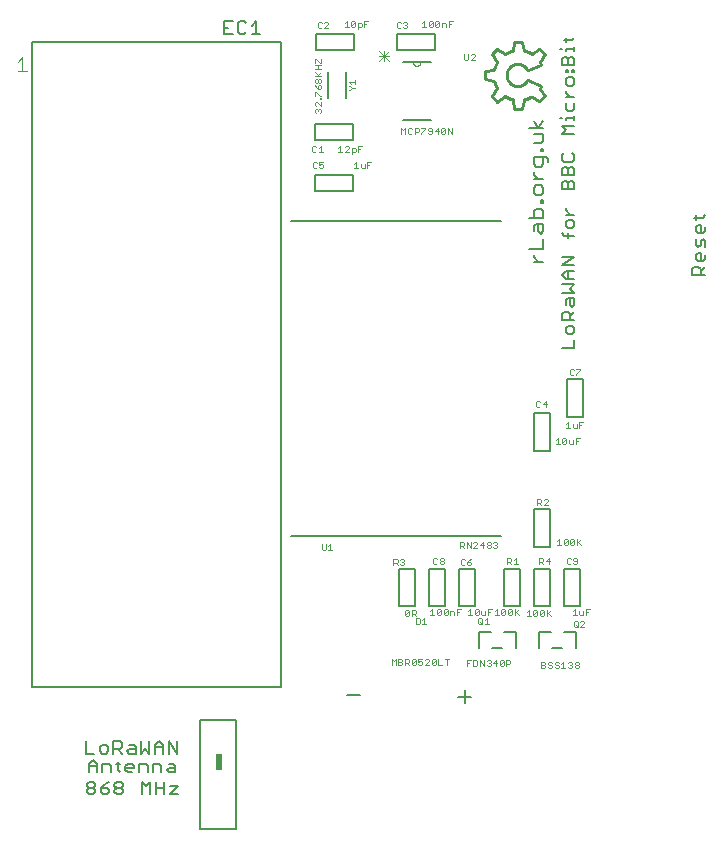
<source format=gto>
G75*
%MOIN*%
%OFA0B0*%
%FSLAX25Y25*%
%IPPOS*%
%LPD*%
%AMOC8*
5,1,8,0,0,1.08239X$1,22.5*
%
%ADD10C,0.00600*%
%ADD11C,0.00800*%
%ADD12C,0.00500*%
%ADD13C,0.00400*%
%ADD14C,0.00000*%
%ADD15C,0.00300*%
%ADD16R,0.01969X0.05512*%
%ADD17C,0.01000*%
D10*
X0112985Y0049095D02*
X0117255Y0049095D01*
X0150073Y0048719D02*
X0154344Y0048719D01*
X0152208Y0050854D02*
X0152208Y0046584D01*
X0156809Y0065031D02*
X0156809Y0070200D01*
X0160978Y0070200D01*
X0165219Y0070200D02*
X0169191Y0070200D01*
X0169191Y0065031D01*
X0164663Y0065000D02*
X0161282Y0065000D01*
X0176809Y0065031D02*
X0176809Y0070200D01*
X0180978Y0070200D01*
X0185219Y0070200D02*
X0189191Y0070200D01*
X0189191Y0065031D01*
X0184663Y0065000D02*
X0181282Y0065000D01*
X0140789Y0240953D02*
X0131589Y0240953D01*
X0131589Y0260153D02*
X0134989Y0260153D01*
X0137389Y0260153D01*
X0140789Y0260153D01*
D11*
X0026198Y0017568D02*
X0026198Y0016868D01*
X0026898Y0016167D01*
X0028299Y0016167D01*
X0029000Y0016868D01*
X0029000Y0017568D01*
X0028299Y0018269D01*
X0026898Y0018269D01*
X0026198Y0018969D01*
X0026198Y0019670D01*
X0026898Y0020371D01*
X0028299Y0020371D01*
X0029000Y0019670D01*
X0029000Y0018969D01*
X0028299Y0018269D01*
X0026898Y0018269D02*
X0026198Y0017568D01*
X0030802Y0016868D02*
X0031502Y0016167D01*
X0032903Y0016167D01*
X0033604Y0016868D01*
X0033604Y0017568D01*
X0032903Y0018269D01*
X0030802Y0018269D01*
X0030802Y0016868D01*
X0030802Y0018269D02*
X0032203Y0019670D01*
X0033604Y0020371D01*
X0035405Y0019670D02*
X0035405Y0018969D01*
X0036106Y0018269D01*
X0037507Y0018269D01*
X0038208Y0017568D01*
X0038208Y0016868D01*
X0037507Y0016167D01*
X0036106Y0016167D01*
X0035405Y0016868D01*
X0035405Y0017568D01*
X0036106Y0018269D01*
X0037507Y0018269D02*
X0038208Y0018969D01*
X0038208Y0019670D01*
X0037507Y0020371D01*
X0036106Y0020371D01*
X0035405Y0019670D01*
X0034210Y0023518D02*
X0034210Y0025620D01*
X0033510Y0026320D01*
X0031408Y0026320D01*
X0031408Y0023518D01*
X0029606Y0023518D02*
X0029606Y0026320D01*
X0028205Y0027722D01*
X0026804Y0026320D01*
X0026804Y0023518D01*
X0026804Y0025620D02*
X0029606Y0025620D01*
X0028667Y0029728D02*
X0025865Y0029728D01*
X0025865Y0033931D01*
X0030468Y0031829D02*
X0030468Y0030428D01*
X0031169Y0029728D01*
X0032570Y0029728D01*
X0033271Y0030428D01*
X0033271Y0031829D01*
X0032570Y0032530D01*
X0031169Y0032530D01*
X0030468Y0031829D01*
X0035072Y0031129D02*
X0037174Y0031129D01*
X0037875Y0031829D01*
X0037875Y0033231D01*
X0037174Y0033931D01*
X0035072Y0033931D01*
X0035072Y0029728D01*
X0036474Y0031129D02*
X0037875Y0029728D01*
X0039676Y0030428D02*
X0040377Y0031129D01*
X0042479Y0031129D01*
X0042479Y0031829D02*
X0042479Y0029728D01*
X0040377Y0029728D01*
X0039676Y0030428D01*
X0040377Y0032530D02*
X0041778Y0032530D01*
X0042479Y0031829D01*
X0044280Y0029728D02*
X0045681Y0031129D01*
X0047083Y0029728D01*
X0047083Y0033931D01*
X0048884Y0032530D02*
X0050285Y0033931D01*
X0051687Y0032530D01*
X0051687Y0029728D01*
X0053488Y0029728D02*
X0053488Y0033931D01*
X0056291Y0029728D01*
X0056291Y0033931D01*
X0051687Y0031829D02*
X0048884Y0031829D01*
X0048884Y0032530D02*
X0048884Y0029728D01*
X0048289Y0026320D02*
X0050391Y0026320D01*
X0051091Y0025620D01*
X0051091Y0023518D01*
X0052893Y0024219D02*
X0053593Y0024919D01*
X0055695Y0024919D01*
X0055695Y0025620D02*
X0055695Y0023518D01*
X0053593Y0023518D01*
X0052893Y0024219D01*
X0053593Y0026320D02*
X0054995Y0026320D01*
X0055695Y0025620D01*
X0052020Y0020371D02*
X0052020Y0016167D01*
X0053821Y0016167D02*
X0056624Y0016167D01*
X0056624Y0018969D02*
X0053821Y0018969D01*
X0052020Y0018269D02*
X0049217Y0018269D01*
X0049217Y0016167D02*
X0049217Y0020371D01*
X0047416Y0020371D02*
X0046015Y0018969D01*
X0044613Y0020371D01*
X0044613Y0016167D01*
X0047416Y0016167D02*
X0047416Y0020371D01*
X0048289Y0023518D02*
X0048289Y0026320D01*
X0046487Y0025620D02*
X0046487Y0023518D01*
X0046487Y0025620D02*
X0045787Y0026320D01*
X0043685Y0026320D01*
X0043685Y0023518D01*
X0041883Y0024919D02*
X0041883Y0025620D01*
X0041183Y0026320D01*
X0039782Y0026320D01*
X0039081Y0025620D01*
X0039081Y0024219D01*
X0039782Y0023518D01*
X0041183Y0023518D01*
X0041883Y0024919D02*
X0039081Y0024919D01*
X0037413Y0023518D02*
X0036712Y0024219D01*
X0036712Y0027021D01*
X0036012Y0026320D02*
X0037413Y0026320D01*
X0044280Y0029728D02*
X0044280Y0033931D01*
X0056624Y0018969D02*
X0053821Y0016167D01*
X0184522Y0164870D02*
X0188726Y0164870D01*
X0188726Y0167672D01*
X0188025Y0169474D02*
X0188726Y0170175D01*
X0188726Y0171576D01*
X0188025Y0172276D01*
X0186624Y0172276D01*
X0185924Y0171576D01*
X0185924Y0170175D01*
X0186624Y0169474D01*
X0188025Y0169474D01*
X0187325Y0174078D02*
X0187325Y0176180D01*
X0186624Y0176880D01*
X0185223Y0176880D01*
X0184522Y0176180D01*
X0184522Y0174078D01*
X0188726Y0174078D01*
X0187325Y0175479D02*
X0188726Y0176880D01*
X0188025Y0178682D02*
X0187325Y0179382D01*
X0187325Y0181484D01*
X0186624Y0181484D02*
X0188726Y0181484D01*
X0188726Y0179382D01*
X0188025Y0178682D01*
X0185924Y0179382D02*
X0185924Y0180784D01*
X0186624Y0181484D01*
X0184522Y0183286D02*
X0188726Y0183286D01*
X0187325Y0184687D01*
X0188726Y0186088D01*
X0184522Y0186088D01*
X0185924Y0187890D02*
X0184522Y0189291D01*
X0185924Y0190692D01*
X0188726Y0190692D01*
X0188726Y0192494D02*
X0184522Y0192494D01*
X0188726Y0195296D01*
X0184522Y0195296D01*
X0186624Y0190692D02*
X0186624Y0187890D01*
X0185924Y0187890D02*
X0188726Y0187890D01*
X0178316Y0193583D02*
X0175113Y0193583D01*
X0175113Y0195184D02*
X0175113Y0195985D01*
X0175113Y0195184D02*
X0176714Y0193583D01*
X0178316Y0197880D02*
X0173512Y0197880D01*
X0178316Y0197880D02*
X0178316Y0201082D01*
X0177515Y0203036D02*
X0176714Y0203837D01*
X0176714Y0206239D01*
X0175914Y0206239D02*
X0178316Y0206239D01*
X0178316Y0203837D01*
X0177515Y0203036D01*
X0175113Y0203837D02*
X0175113Y0205438D01*
X0175914Y0206239D01*
X0175113Y0208192D02*
X0175113Y0210595D01*
X0175914Y0211395D01*
X0177515Y0211395D01*
X0178316Y0210595D01*
X0178316Y0208192D01*
X0173512Y0208192D01*
X0177515Y0213349D02*
X0177515Y0214150D01*
X0178316Y0214150D01*
X0178316Y0213349D01*
X0177515Y0213349D01*
X0177515Y0215927D02*
X0175914Y0215927D01*
X0175113Y0216728D01*
X0175113Y0218329D01*
X0175914Y0219130D01*
X0177515Y0219130D01*
X0178316Y0218329D01*
X0178316Y0216728D01*
X0177515Y0215927D01*
X0176714Y0221083D02*
X0175113Y0222685D01*
X0175113Y0223486D01*
X0175914Y0225380D02*
X0177515Y0225380D01*
X0178316Y0226181D01*
X0178316Y0228583D01*
X0179116Y0228583D02*
X0175113Y0228583D01*
X0175113Y0226181D01*
X0175914Y0225380D01*
X0179917Y0226982D02*
X0179917Y0227783D01*
X0179116Y0228583D01*
X0178316Y0230537D02*
X0178316Y0231338D01*
X0177515Y0231338D01*
X0177515Y0230537D01*
X0178316Y0230537D01*
X0177515Y0233115D02*
X0175113Y0233115D01*
X0177515Y0233115D02*
X0178316Y0233916D01*
X0178316Y0236318D01*
X0175113Y0236318D01*
X0173512Y0238271D02*
X0178316Y0238271D01*
X0176714Y0238271D02*
X0175113Y0240673D01*
X0176714Y0238271D02*
X0178316Y0240673D01*
X0183822Y0241535D02*
X0184522Y0241535D01*
X0185924Y0241535D02*
X0188726Y0241535D01*
X0188726Y0240835D02*
X0188726Y0242236D01*
X0188025Y0243904D02*
X0188726Y0244605D01*
X0188726Y0246706D01*
X0188726Y0248508D02*
X0185924Y0248508D01*
X0187325Y0248508D02*
X0185924Y0249909D01*
X0185924Y0250610D01*
X0186624Y0252345D02*
X0185924Y0253045D01*
X0185924Y0254446D01*
X0186624Y0255147D01*
X0188025Y0255147D01*
X0188726Y0254446D01*
X0188726Y0253045D01*
X0188025Y0252345D01*
X0186624Y0252345D01*
X0186624Y0256949D02*
X0185924Y0256949D01*
X0185924Y0257649D01*
X0186624Y0257649D01*
X0186624Y0256949D01*
X0188025Y0256949D02*
X0188726Y0256949D01*
X0188726Y0257649D01*
X0188025Y0257649D01*
X0188025Y0256949D01*
X0188726Y0259251D02*
X0184522Y0259251D01*
X0184522Y0261352D01*
X0185223Y0262053D01*
X0185924Y0262053D01*
X0186624Y0261352D01*
X0186624Y0259251D01*
X0186624Y0261352D02*
X0187325Y0262053D01*
X0188025Y0262053D01*
X0188726Y0261352D01*
X0188726Y0259251D01*
X0188726Y0263854D02*
X0188726Y0265256D01*
X0188726Y0264555D02*
X0185924Y0264555D01*
X0185924Y0263854D01*
X0184522Y0264555D02*
X0183822Y0264555D01*
X0185924Y0266924D02*
X0185924Y0268325D01*
X0185223Y0267624D02*
X0188025Y0267624D01*
X0188726Y0268325D01*
X0185924Y0246706D02*
X0185924Y0244605D01*
X0186624Y0243904D01*
X0188025Y0243904D01*
X0185924Y0241535D02*
X0185924Y0240835D01*
X0184522Y0239033D02*
X0188726Y0239033D01*
X0188726Y0236231D02*
X0184522Y0236231D01*
X0185924Y0237632D01*
X0184522Y0239033D01*
X0185223Y0229825D02*
X0184522Y0229125D01*
X0184522Y0227724D01*
X0185223Y0227023D01*
X0188025Y0227023D01*
X0188726Y0227724D01*
X0188726Y0229125D01*
X0188025Y0229825D01*
X0188025Y0225222D02*
X0188726Y0224521D01*
X0188726Y0222419D01*
X0184522Y0222419D01*
X0184522Y0224521D01*
X0185223Y0225222D01*
X0185924Y0225222D01*
X0186624Y0224521D01*
X0186624Y0222419D01*
X0185924Y0220618D02*
X0186624Y0219917D01*
X0186624Y0217815D01*
X0184522Y0217815D02*
X0184522Y0219917D01*
X0185223Y0220618D01*
X0185924Y0220618D01*
X0186624Y0219917D02*
X0187325Y0220618D01*
X0188025Y0220618D01*
X0188726Y0219917D01*
X0188726Y0217815D01*
X0184522Y0217815D01*
X0185924Y0211476D02*
X0185924Y0210776D01*
X0187325Y0209375D01*
X0188726Y0209375D02*
X0185924Y0209375D01*
X0186624Y0207573D02*
X0185924Y0206873D01*
X0185924Y0205471D01*
X0186624Y0204771D01*
X0188025Y0204771D01*
X0188726Y0205471D01*
X0188726Y0206873D01*
X0188025Y0207573D01*
X0186624Y0207573D01*
X0186624Y0203103D02*
X0186624Y0201701D01*
X0185223Y0202402D02*
X0184522Y0203103D01*
X0185223Y0202402D02*
X0188726Y0202402D01*
X0178316Y0221083D02*
X0175113Y0221083D01*
X0186624Y0224521D02*
X0187325Y0225222D01*
X0188025Y0225222D01*
X0228664Y0208376D02*
X0231466Y0208376D01*
X0232167Y0209077D01*
X0230766Y0205874D02*
X0230766Y0203072D01*
X0231466Y0203072D02*
X0230065Y0203072D01*
X0229365Y0203772D01*
X0229365Y0205173D01*
X0230065Y0205874D01*
X0230766Y0205874D01*
X0232167Y0205173D02*
X0232167Y0203772D01*
X0231466Y0203072D01*
X0231466Y0201270D02*
X0230766Y0200569D01*
X0230766Y0199168D01*
X0230065Y0198468D01*
X0229365Y0199168D01*
X0229365Y0201270D01*
X0231466Y0201270D02*
X0232167Y0200569D01*
X0232167Y0198468D01*
X0230766Y0196666D02*
X0230766Y0193864D01*
X0231466Y0193864D02*
X0230065Y0193864D01*
X0229365Y0194564D01*
X0229365Y0195966D01*
X0230065Y0196666D01*
X0230766Y0196666D01*
X0232167Y0195966D02*
X0232167Y0194564D01*
X0231466Y0193864D01*
X0232167Y0192062D02*
X0230766Y0190661D01*
X0230766Y0191362D02*
X0230766Y0189260D01*
X0232167Y0189260D02*
X0227963Y0189260D01*
X0227963Y0191362D01*
X0228664Y0192062D01*
X0230065Y0192062D01*
X0230766Y0191362D01*
X0229365Y0207676D02*
X0229365Y0209077D01*
X0084010Y0269570D02*
X0081208Y0269570D01*
X0082609Y0269570D02*
X0082609Y0273774D01*
X0081208Y0272372D01*
X0079406Y0273073D02*
X0078706Y0273774D01*
X0077305Y0273774D01*
X0076604Y0273073D01*
X0076604Y0270271D01*
X0077305Y0269570D01*
X0078706Y0269570D01*
X0079406Y0270271D01*
X0074802Y0269570D02*
X0072000Y0269570D01*
X0072000Y0273774D01*
X0074802Y0273774D01*
X0073401Y0271672D02*
X0072000Y0271672D01*
D12*
X0091000Y0266970D02*
X0008000Y0266970D01*
X0008000Y0051970D01*
X0091000Y0051970D01*
X0091000Y0266970D01*
X0102701Y0264214D02*
X0102701Y0269726D01*
X0115299Y0269726D01*
X0115299Y0264214D01*
X0102701Y0264214D01*
X0106547Y0256801D02*
X0106547Y0248139D01*
X0112453Y0248139D02*
X0112453Y0256801D01*
X0114799Y0239726D02*
X0102201Y0239726D01*
X0102201Y0234214D01*
X0114799Y0234214D01*
X0114799Y0239726D01*
X0114799Y0222726D02*
X0102201Y0222726D01*
X0102201Y0217214D01*
X0114799Y0217214D01*
X0114799Y0222726D01*
X0094339Y0207324D02*
X0164417Y0207324D01*
X0186150Y0154490D02*
X0191661Y0154490D01*
X0191661Y0141891D01*
X0186150Y0141891D01*
X0186150Y0154490D01*
X0180756Y0143269D02*
X0175244Y0143269D01*
X0175244Y0130671D01*
X0180756Y0130671D01*
X0180756Y0143269D01*
X0180756Y0111261D02*
X0175244Y0111261D01*
X0175244Y0098663D01*
X0180756Y0098663D01*
X0180756Y0111261D01*
X0164417Y0102324D02*
X0094339Y0102324D01*
X0130244Y0091399D02*
X0130244Y0078801D01*
X0135756Y0078801D01*
X0135756Y0091399D01*
X0130244Y0091399D01*
X0140244Y0091399D02*
X0140244Y0078801D01*
X0145756Y0078801D01*
X0145756Y0091399D01*
X0140244Y0091399D01*
X0150244Y0091399D02*
X0150244Y0078801D01*
X0155756Y0078801D01*
X0155756Y0091399D01*
X0150244Y0091399D01*
X0165244Y0091399D02*
X0165244Y0078801D01*
X0170756Y0078801D01*
X0170756Y0091399D01*
X0165244Y0091399D01*
X0175244Y0091399D02*
X0175244Y0078801D01*
X0180756Y0078801D01*
X0180756Y0091399D01*
X0175244Y0091399D01*
X0185244Y0091399D02*
X0185244Y0078801D01*
X0190756Y0078801D01*
X0190756Y0091399D01*
X0185244Y0091399D01*
X0075835Y0040986D02*
X0075835Y0004569D01*
X0064024Y0004569D01*
X0064024Y0040986D01*
X0075835Y0040986D01*
X0129701Y0264214D02*
X0129701Y0269726D01*
X0142299Y0269726D01*
X0142299Y0264214D01*
X0129701Y0264214D01*
D13*
X0129834Y0271570D02*
X0130501Y0271570D01*
X0130834Y0271904D01*
X0131710Y0271904D02*
X0132043Y0271570D01*
X0132711Y0271570D01*
X0133044Y0271904D01*
X0133044Y0272237D01*
X0132711Y0272571D01*
X0132377Y0272571D01*
X0132711Y0272571D02*
X0133044Y0272905D01*
X0133044Y0273238D01*
X0132711Y0273572D01*
X0132043Y0273572D01*
X0131710Y0273238D01*
X0130834Y0273238D02*
X0130501Y0273572D01*
X0129834Y0273572D01*
X0129500Y0273238D01*
X0129500Y0271904D01*
X0129834Y0271570D01*
X0138000Y0271770D02*
X0139334Y0271770D01*
X0138667Y0271770D02*
X0138667Y0273772D01*
X0138000Y0273105D01*
X0140210Y0273438D02*
X0140543Y0273772D01*
X0141211Y0273772D01*
X0141544Y0273438D01*
X0140210Y0272104D01*
X0140543Y0271770D01*
X0141211Y0271770D01*
X0141544Y0272104D01*
X0141544Y0273438D01*
X0142420Y0273438D02*
X0142753Y0273772D01*
X0143421Y0273772D01*
X0143754Y0273438D01*
X0142420Y0272104D01*
X0142753Y0271770D01*
X0143421Y0271770D01*
X0143754Y0272104D01*
X0143754Y0273438D01*
X0144630Y0273105D02*
X0145630Y0273105D01*
X0145964Y0272771D01*
X0145964Y0271770D01*
X0146840Y0271770D02*
X0146840Y0273772D01*
X0148174Y0273772D01*
X0147507Y0272771D02*
X0146840Y0272771D01*
X0144630Y0273105D02*
X0144630Y0271770D01*
X0142420Y0272104D02*
X0142420Y0273438D01*
X0140210Y0273438D02*
X0140210Y0272104D01*
X0151989Y0262754D02*
X0151989Y0261086D01*
X0152323Y0260753D01*
X0152990Y0260753D01*
X0153323Y0261086D01*
X0153323Y0262754D01*
X0154199Y0262421D02*
X0154532Y0262754D01*
X0155200Y0262754D01*
X0155533Y0262421D01*
X0155533Y0262087D01*
X0154199Y0260753D01*
X0155533Y0260753D01*
X0147893Y0238154D02*
X0147893Y0236153D01*
X0146558Y0238154D01*
X0146558Y0236153D01*
X0145683Y0236486D02*
X0145349Y0236153D01*
X0144682Y0236153D01*
X0144348Y0236486D01*
X0145683Y0237821D01*
X0145683Y0236486D01*
X0144348Y0236486D02*
X0144348Y0237821D01*
X0144682Y0238154D01*
X0145349Y0238154D01*
X0145683Y0237821D01*
X0143473Y0237154D02*
X0142138Y0237154D01*
X0143139Y0238154D01*
X0143139Y0236153D01*
X0141263Y0236486D02*
X0141263Y0237821D01*
X0140929Y0238154D01*
X0140262Y0238154D01*
X0139928Y0237821D01*
X0139928Y0237487D01*
X0140262Y0237154D01*
X0141263Y0237154D01*
X0141263Y0236486D02*
X0140929Y0236153D01*
X0140262Y0236153D01*
X0139928Y0236486D01*
X0139053Y0237821D02*
X0137719Y0236486D01*
X0137719Y0236153D01*
X0136843Y0237154D02*
X0136510Y0236820D01*
X0135509Y0236820D01*
X0135509Y0236153D02*
X0135509Y0238154D01*
X0136510Y0238154D01*
X0136843Y0237821D01*
X0136843Y0237154D01*
X0137719Y0238154D02*
X0139053Y0238154D01*
X0139053Y0237821D01*
X0134633Y0237821D02*
X0134300Y0238154D01*
X0133632Y0238154D01*
X0133299Y0237821D01*
X0133299Y0236486D01*
X0133632Y0236153D01*
X0134300Y0236153D01*
X0134633Y0236486D01*
X0132423Y0236153D02*
X0132423Y0238154D01*
X0131756Y0237487D01*
X0131089Y0238154D01*
X0131089Y0236153D01*
X0121088Y0227054D02*
X0119754Y0227054D01*
X0119754Y0225053D01*
X0118878Y0225053D02*
X0118878Y0226387D01*
X0119754Y0226054D02*
X0120421Y0226054D01*
X0118878Y0225053D02*
X0117877Y0225053D01*
X0117544Y0225386D01*
X0117544Y0226387D01*
X0116668Y0225053D02*
X0115334Y0225053D01*
X0116001Y0225053D02*
X0116001Y0227054D01*
X0115334Y0226387D01*
X0114480Y0229603D02*
X0114480Y0231605D01*
X0115481Y0231605D01*
X0115815Y0231271D01*
X0115815Y0230604D01*
X0115481Y0230270D01*
X0114480Y0230270D01*
X0113605Y0230270D02*
X0112270Y0230270D01*
X0113605Y0231605D01*
X0113605Y0231938D01*
X0113271Y0232272D01*
X0112604Y0232272D01*
X0112270Y0231938D01*
X0110728Y0232272D02*
X0110728Y0230270D01*
X0111395Y0230270D02*
X0110060Y0230270D01*
X0110060Y0231605D02*
X0110728Y0232272D01*
X0104936Y0230116D02*
X0103602Y0230116D01*
X0104269Y0230116D02*
X0104269Y0232117D01*
X0103602Y0231450D01*
X0102727Y0231784D02*
X0102393Y0232117D01*
X0101726Y0232117D01*
X0101392Y0231784D01*
X0101392Y0230449D01*
X0101726Y0230116D01*
X0102393Y0230116D01*
X0102727Y0230449D01*
X0102525Y0227000D02*
X0101858Y0227000D01*
X0101524Y0226667D01*
X0101524Y0225332D01*
X0101858Y0224998D01*
X0102525Y0224998D01*
X0102859Y0225332D01*
X0103734Y0225332D02*
X0104068Y0224998D01*
X0104735Y0224998D01*
X0105069Y0225332D01*
X0105069Y0225999D01*
X0104735Y0226333D01*
X0104402Y0226333D01*
X0103734Y0225999D01*
X0103734Y0227000D01*
X0105069Y0227000D01*
X0102859Y0226667D02*
X0102525Y0227000D01*
X0116690Y0230270D02*
X0116690Y0232272D01*
X0118025Y0232272D01*
X0117357Y0231271D02*
X0116690Y0231271D01*
X0104200Y0243720D02*
X0104200Y0244387D01*
X0103866Y0244721D01*
X0103533Y0244721D01*
X0103199Y0244387D01*
X0103199Y0244053D01*
X0103199Y0244387D02*
X0102866Y0244721D01*
X0102532Y0244721D01*
X0102198Y0244387D01*
X0102198Y0243720D01*
X0102532Y0243386D01*
X0103866Y0243386D02*
X0104200Y0243720D01*
X0104200Y0245596D02*
X0102866Y0246930D01*
X0102532Y0246930D01*
X0102198Y0246597D01*
X0102198Y0245930D01*
X0102532Y0245596D01*
X0104200Y0245596D02*
X0104200Y0246930D01*
X0104200Y0247806D02*
X0103866Y0247806D01*
X0103866Y0248139D01*
X0104200Y0248139D01*
X0104200Y0247806D01*
X0104200Y0248911D02*
X0103866Y0248911D01*
X0102532Y0250245D01*
X0102198Y0250245D01*
X0102198Y0248911D01*
X0103199Y0251121D02*
X0103199Y0252121D01*
X0103533Y0252455D01*
X0103866Y0252455D01*
X0104200Y0252121D01*
X0104200Y0251454D01*
X0103866Y0251121D01*
X0103199Y0251121D01*
X0102532Y0251788D01*
X0102198Y0252455D01*
X0102532Y0253330D02*
X0102866Y0253330D01*
X0103199Y0253664D01*
X0103199Y0254331D01*
X0103533Y0254665D01*
X0103866Y0254665D01*
X0104200Y0254331D01*
X0104200Y0253664D01*
X0103866Y0253330D01*
X0103533Y0253330D01*
X0103199Y0253664D01*
X0103199Y0254331D02*
X0102866Y0254665D01*
X0102532Y0254665D01*
X0102198Y0254331D01*
X0102198Y0253664D01*
X0102532Y0253330D01*
X0102198Y0255540D02*
X0104200Y0255540D01*
X0103533Y0255540D02*
X0102198Y0256875D01*
X0102198Y0257750D02*
X0104200Y0257750D01*
X0104200Y0256875D02*
X0103199Y0255874D01*
X0103199Y0257750D02*
X0103199Y0259085D01*
X0102198Y0259085D02*
X0104200Y0259085D01*
X0104200Y0259960D02*
X0104200Y0261295D01*
X0104200Y0259960D02*
X0103866Y0259960D01*
X0102532Y0261295D01*
X0102198Y0261295D01*
X0102198Y0259960D01*
X0103434Y0271570D02*
X0104101Y0271570D01*
X0104434Y0271904D01*
X0105310Y0271570D02*
X0106644Y0272905D01*
X0106644Y0273238D01*
X0106311Y0273572D01*
X0105643Y0273572D01*
X0105310Y0273238D01*
X0104434Y0273238D02*
X0104101Y0273572D01*
X0103434Y0273572D01*
X0103100Y0273238D01*
X0103100Y0271904D01*
X0103434Y0271570D01*
X0105310Y0271570D02*
X0106644Y0271570D01*
X0112100Y0271870D02*
X0113434Y0271870D01*
X0112767Y0271870D02*
X0112767Y0273872D01*
X0112100Y0273205D01*
X0114310Y0273538D02*
X0114310Y0272204D01*
X0115644Y0273538D01*
X0115644Y0272204D01*
X0115311Y0271870D01*
X0114643Y0271870D01*
X0114310Y0272204D01*
X0114310Y0273538D02*
X0114643Y0273872D01*
X0115311Y0273872D01*
X0115644Y0273538D01*
X0116520Y0273205D02*
X0116520Y0271203D01*
X0116520Y0271870D02*
X0117521Y0271870D01*
X0117854Y0272204D01*
X0117854Y0272871D01*
X0117521Y0273205D01*
X0116520Y0273205D01*
X0118730Y0272871D02*
X0119397Y0272871D01*
X0118730Y0273872D02*
X0120064Y0273872D01*
X0118730Y0273872D02*
X0118730Y0271870D01*
X0115700Y0254295D02*
X0115700Y0252960D01*
X0115700Y0253627D02*
X0113698Y0253627D01*
X0114366Y0252960D01*
X0114032Y0252085D02*
X0113698Y0252085D01*
X0114032Y0252085D02*
X0114699Y0251418D01*
X0115700Y0251418D01*
X0114699Y0251418D02*
X0114032Y0250750D01*
X0113698Y0250750D01*
X0187523Y0157807D02*
X0187190Y0157474D01*
X0187190Y0156139D01*
X0187523Y0155806D01*
X0188191Y0155806D01*
X0188524Y0156139D01*
X0189400Y0156139D02*
X0190734Y0157474D01*
X0190734Y0157807D01*
X0189400Y0157807D01*
X0188524Y0157474D02*
X0188191Y0157807D01*
X0187523Y0157807D01*
X0189400Y0156139D02*
X0189400Y0155806D01*
X0179130Y0147233D02*
X0179130Y0145231D01*
X0179464Y0146232D02*
X0178130Y0146232D01*
X0179130Y0147233D01*
X0177254Y0146900D02*
X0176921Y0147233D01*
X0176253Y0147233D01*
X0175920Y0146900D01*
X0175920Y0145565D01*
X0176253Y0145231D01*
X0176921Y0145231D01*
X0177254Y0145565D01*
X0185980Y0139440D02*
X0186647Y0140107D01*
X0186647Y0138106D01*
X0185980Y0138106D02*
X0187314Y0138106D01*
X0188190Y0138439D02*
X0188523Y0138106D01*
X0189524Y0138106D01*
X0189524Y0139440D01*
X0190400Y0139106D02*
X0191067Y0139106D01*
X0190400Y0138106D02*
X0190400Y0140107D01*
X0191734Y0140107D01*
X0190429Y0134945D02*
X0189094Y0134945D01*
X0189094Y0132943D01*
X0188219Y0132943D02*
X0188219Y0134278D01*
X0189094Y0133944D02*
X0189761Y0133944D01*
X0188219Y0132943D02*
X0187218Y0132943D01*
X0186884Y0133277D01*
X0186884Y0134278D01*
X0186009Y0134611D02*
X0185675Y0134945D01*
X0185008Y0134945D01*
X0184674Y0134611D01*
X0184674Y0133277D01*
X0186009Y0134611D01*
X0186009Y0133277D01*
X0185675Y0132943D01*
X0185008Y0132943D01*
X0184674Y0133277D01*
X0183799Y0132943D02*
X0182465Y0132943D01*
X0183132Y0132943D02*
X0183132Y0134945D01*
X0182465Y0134278D01*
X0188190Y0138439D02*
X0188190Y0139440D01*
X0179592Y0114463D02*
X0178925Y0114463D01*
X0178591Y0114130D01*
X0177716Y0114130D02*
X0177716Y0113462D01*
X0177382Y0113129D01*
X0176381Y0113129D01*
X0177048Y0113129D02*
X0177716Y0112461D01*
X0178591Y0112461D02*
X0179925Y0113796D01*
X0179925Y0114130D01*
X0179592Y0114463D01*
X0177716Y0114130D02*
X0177382Y0114463D01*
X0176381Y0114463D01*
X0176381Y0112461D01*
X0178591Y0112461D02*
X0179925Y0112461D01*
X0183584Y0101239D02*
X0183584Y0099237D01*
X0182917Y0099237D02*
X0184251Y0099237D01*
X0185126Y0099571D02*
X0186461Y0100905D01*
X0186461Y0099571D01*
X0186127Y0099237D01*
X0185460Y0099237D01*
X0185126Y0099571D01*
X0185126Y0100905D01*
X0185460Y0101239D01*
X0186127Y0101239D01*
X0186461Y0100905D01*
X0187336Y0100905D02*
X0187670Y0101239D01*
X0188337Y0101239D01*
X0188671Y0100905D01*
X0187336Y0099571D01*
X0187670Y0099237D01*
X0188337Y0099237D01*
X0188671Y0099571D01*
X0188671Y0100905D01*
X0189546Y0101239D02*
X0189546Y0099237D01*
X0189546Y0099904D02*
X0190881Y0101239D01*
X0189880Y0100238D02*
X0190881Y0099237D01*
X0187336Y0099571D02*
X0187336Y0100905D01*
X0183584Y0101239D02*
X0182917Y0100571D01*
X0180211Y0094751D02*
X0179210Y0093750D01*
X0180544Y0093750D01*
X0180211Y0092750D02*
X0180211Y0094751D01*
X0178334Y0094418D02*
X0178334Y0093750D01*
X0178001Y0093417D01*
X0177000Y0093417D01*
X0177667Y0093417D02*
X0178334Y0092750D01*
X0177000Y0092750D02*
X0177000Y0094751D01*
X0178001Y0094751D01*
X0178334Y0094418D01*
X0186200Y0094468D02*
X0186200Y0093134D01*
X0186534Y0092800D01*
X0187201Y0092800D01*
X0187534Y0093134D01*
X0188410Y0093134D02*
X0188743Y0092800D01*
X0189411Y0092800D01*
X0189744Y0093134D01*
X0189744Y0094468D01*
X0189411Y0094802D01*
X0188743Y0094802D01*
X0188410Y0094468D01*
X0188410Y0094134D01*
X0188743Y0093801D01*
X0189744Y0093801D01*
X0187534Y0094468D02*
X0187201Y0094802D01*
X0186534Y0094802D01*
X0186200Y0094468D01*
X0169844Y0092900D02*
X0168510Y0092900D01*
X0169177Y0092900D02*
X0169177Y0094902D01*
X0168510Y0094234D01*
X0167634Y0093901D02*
X0167301Y0093567D01*
X0166300Y0093567D01*
X0166300Y0092900D02*
X0166300Y0094902D01*
X0167301Y0094902D01*
X0167634Y0094568D01*
X0167634Y0093901D01*
X0166967Y0093567D02*
X0167634Y0092900D01*
X0162689Y0098106D02*
X0163022Y0098440D01*
X0163022Y0098774D01*
X0162689Y0099107D01*
X0162355Y0099107D01*
X0162689Y0099107D02*
X0163022Y0099441D01*
X0163022Y0099774D01*
X0162689Y0100108D01*
X0162021Y0100108D01*
X0161688Y0099774D01*
X0160812Y0099774D02*
X0160812Y0099441D01*
X0160479Y0099107D01*
X0159811Y0099107D01*
X0159478Y0099441D01*
X0159478Y0099774D01*
X0159811Y0100108D01*
X0160479Y0100108D01*
X0160812Y0099774D01*
X0160479Y0099107D02*
X0160812Y0098774D01*
X0160812Y0098440D01*
X0160479Y0098106D01*
X0159811Y0098106D01*
X0159478Y0098440D01*
X0159478Y0098774D01*
X0159811Y0099107D01*
X0158602Y0099107D02*
X0157268Y0099107D01*
X0158269Y0100108D01*
X0158269Y0098106D01*
X0156393Y0098106D02*
X0155058Y0098106D01*
X0156393Y0099441D01*
X0156393Y0099774D01*
X0156059Y0100108D01*
X0155392Y0100108D01*
X0155058Y0099774D01*
X0154183Y0100108D02*
X0154183Y0098106D01*
X0152848Y0100108D01*
X0152848Y0098106D01*
X0151973Y0098106D02*
X0151306Y0098774D01*
X0151639Y0098774D02*
X0150638Y0098774D01*
X0150638Y0098106D02*
X0150638Y0100108D01*
X0151639Y0100108D01*
X0151973Y0099774D01*
X0151973Y0099107D01*
X0151639Y0098774D01*
X0151764Y0094585D02*
X0151097Y0094585D01*
X0150763Y0094252D01*
X0150763Y0092917D01*
X0151097Y0092583D01*
X0151764Y0092583D01*
X0152097Y0092917D01*
X0152973Y0092917D02*
X0153306Y0092583D01*
X0153974Y0092583D01*
X0154307Y0092917D01*
X0154307Y0093251D01*
X0153974Y0093584D01*
X0152973Y0093584D01*
X0152973Y0092917D01*
X0152973Y0093584D02*
X0153640Y0094252D01*
X0154307Y0094585D01*
X0152097Y0094252D02*
X0151764Y0094585D01*
X0145244Y0094468D02*
X0145244Y0094134D01*
X0144911Y0093801D01*
X0144243Y0093801D01*
X0143910Y0094134D01*
X0143910Y0094468D01*
X0144243Y0094802D01*
X0144911Y0094802D01*
X0145244Y0094468D01*
X0144911Y0093801D02*
X0145244Y0093467D01*
X0145244Y0093134D01*
X0144911Y0092800D01*
X0144243Y0092800D01*
X0143910Y0093134D01*
X0143910Y0093467D01*
X0144243Y0093801D01*
X0143034Y0094468D02*
X0142701Y0094802D01*
X0142034Y0094802D01*
X0141700Y0094468D01*
X0141700Y0093134D01*
X0142034Y0092800D01*
X0142701Y0092800D01*
X0143034Y0093134D01*
X0131969Y0093067D02*
X0131635Y0092733D01*
X0130968Y0092733D01*
X0130634Y0093067D01*
X0129759Y0092733D02*
X0129092Y0093400D01*
X0129425Y0093400D02*
X0128424Y0093400D01*
X0128424Y0092733D02*
X0128424Y0094735D01*
X0129425Y0094735D01*
X0129759Y0094401D01*
X0129759Y0093734D01*
X0129425Y0093400D01*
X0130634Y0094401D02*
X0130968Y0094735D01*
X0131635Y0094735D01*
X0131969Y0094401D01*
X0131969Y0094068D01*
X0131635Y0093734D01*
X0131969Y0093400D01*
X0131969Y0093067D01*
X0131635Y0093734D02*
X0131302Y0093734D01*
X0132664Y0077686D02*
X0133331Y0077686D01*
X0133664Y0077352D01*
X0132330Y0076018D01*
X0132664Y0075684D01*
X0133331Y0075684D01*
X0133664Y0076018D01*
X0133664Y0077352D01*
X0134540Y0077686D02*
X0135541Y0077686D01*
X0135874Y0077352D01*
X0135874Y0076685D01*
X0135541Y0076351D01*
X0134540Y0076351D01*
X0134540Y0075684D02*
X0134540Y0077686D01*
X0135207Y0076351D02*
X0135874Y0075684D01*
X0135869Y0074739D02*
X0136870Y0074739D01*
X0137204Y0074405D01*
X0137204Y0073071D01*
X0136870Y0072737D01*
X0135869Y0072737D01*
X0135869Y0074739D01*
X0138079Y0074071D02*
X0138746Y0074739D01*
X0138746Y0072737D01*
X0138079Y0072737D02*
X0139414Y0072737D01*
X0140700Y0075800D02*
X0142034Y0075800D01*
X0141367Y0075800D02*
X0141367Y0077802D01*
X0140700Y0077134D01*
X0142910Y0077468D02*
X0143243Y0077802D01*
X0143911Y0077802D01*
X0144244Y0077468D01*
X0142910Y0076134D01*
X0143243Y0075800D01*
X0143911Y0075800D01*
X0144244Y0076134D01*
X0144244Y0077468D01*
X0145120Y0077468D02*
X0145453Y0077802D01*
X0146121Y0077802D01*
X0146454Y0077468D01*
X0145120Y0076134D01*
X0145453Y0075800D01*
X0146121Y0075800D01*
X0146454Y0076134D01*
X0146454Y0077468D01*
X0147330Y0077134D02*
X0148330Y0077134D01*
X0148664Y0076801D01*
X0148664Y0075800D01*
X0149540Y0075800D02*
X0149540Y0077802D01*
X0150874Y0077802D01*
X0150207Y0076801D02*
X0149540Y0076801D01*
X0147330Y0077134D02*
X0147330Y0075800D01*
X0145120Y0076134D02*
X0145120Y0077468D01*
X0142910Y0077468D02*
X0142910Y0076134D01*
X0153223Y0075892D02*
X0154557Y0075892D01*
X0153890Y0075892D02*
X0153890Y0077894D01*
X0153223Y0077227D01*
X0155433Y0077560D02*
X0155766Y0077894D01*
X0156433Y0077894D01*
X0156767Y0077560D01*
X0155433Y0076226D01*
X0155766Y0075892D01*
X0156433Y0075892D01*
X0156767Y0076226D01*
X0156767Y0077560D01*
X0157642Y0077227D02*
X0157642Y0076226D01*
X0157976Y0075892D01*
X0158977Y0075892D01*
X0158977Y0077227D01*
X0159852Y0076893D02*
X0160520Y0076893D01*
X0161187Y0077894D02*
X0159852Y0077894D01*
X0159852Y0075892D01*
X0159577Y0074802D02*
X0159577Y0072800D01*
X0158910Y0072800D02*
X0160244Y0072800D01*
X0158910Y0074134D02*
X0159577Y0074802D01*
X0158034Y0074468D02*
X0158034Y0073134D01*
X0157701Y0072800D01*
X0157034Y0072800D01*
X0156700Y0073134D01*
X0156700Y0074468D01*
X0157034Y0074802D01*
X0157701Y0074802D01*
X0158034Y0074468D01*
X0157367Y0073467D02*
X0158034Y0072800D01*
X0155433Y0076226D02*
X0155433Y0077560D01*
X0162200Y0077334D02*
X0162867Y0078002D01*
X0162867Y0076000D01*
X0162200Y0076000D02*
X0163534Y0076000D01*
X0164410Y0076334D02*
X0165744Y0077668D01*
X0165744Y0076334D01*
X0165411Y0076000D01*
X0164743Y0076000D01*
X0164410Y0076334D01*
X0164410Y0077668D01*
X0164743Y0078002D01*
X0165411Y0078002D01*
X0165744Y0077668D01*
X0166620Y0077668D02*
X0166953Y0078002D01*
X0167621Y0078002D01*
X0167954Y0077668D01*
X0166620Y0076334D01*
X0166953Y0076000D01*
X0167621Y0076000D01*
X0167954Y0076334D01*
X0167954Y0077668D01*
X0168830Y0078002D02*
X0168830Y0076000D01*
X0168830Y0076667D02*
X0170164Y0078002D01*
X0169163Y0077001D02*
X0170164Y0076000D01*
X0172854Y0075713D02*
X0174188Y0075713D01*
X0173521Y0075713D02*
X0173521Y0077715D01*
X0172854Y0077048D01*
X0175063Y0077381D02*
X0175397Y0077715D01*
X0176064Y0077715D01*
X0176398Y0077381D01*
X0175063Y0076047D01*
X0175397Y0075713D01*
X0176064Y0075713D01*
X0176398Y0076047D01*
X0176398Y0077381D01*
X0177273Y0077381D02*
X0177607Y0077715D01*
X0178274Y0077715D01*
X0178608Y0077381D01*
X0177273Y0076047D01*
X0177607Y0075713D01*
X0178274Y0075713D01*
X0178608Y0076047D01*
X0178608Y0077381D01*
X0179483Y0077715D02*
X0179483Y0075713D01*
X0179483Y0076381D02*
X0180818Y0077715D01*
X0179817Y0076714D02*
X0180818Y0075713D01*
X0177273Y0076047D02*
X0177273Y0077381D01*
X0175063Y0077381D02*
X0175063Y0076047D01*
X0166620Y0076334D02*
X0166620Y0077668D01*
X0167060Y0060902D02*
X0166059Y0060902D01*
X0166059Y0058900D01*
X0166059Y0059567D02*
X0167060Y0059567D01*
X0167394Y0059901D01*
X0167394Y0060568D01*
X0167060Y0060902D01*
X0165184Y0060568D02*
X0163849Y0059234D01*
X0164183Y0058900D01*
X0164850Y0058900D01*
X0165184Y0059234D01*
X0165184Y0060568D01*
X0164850Y0060902D01*
X0164183Y0060902D01*
X0163849Y0060568D01*
X0163849Y0059234D01*
X0162974Y0059901D02*
X0161640Y0059901D01*
X0162640Y0060902D01*
X0162640Y0058900D01*
X0160764Y0059234D02*
X0160430Y0058900D01*
X0159763Y0058900D01*
X0159430Y0059234D01*
X0158554Y0058900D02*
X0158554Y0060902D01*
X0159430Y0060568D02*
X0159763Y0060902D01*
X0160430Y0060902D01*
X0160764Y0060568D01*
X0160764Y0060234D01*
X0160430Y0059901D01*
X0160764Y0059567D01*
X0160764Y0059234D01*
X0160430Y0059901D02*
X0160097Y0059901D01*
X0158554Y0058900D02*
X0157220Y0060902D01*
X0157220Y0058900D01*
X0156344Y0059234D02*
X0156344Y0060568D01*
X0156011Y0060902D01*
X0155010Y0060902D01*
X0155010Y0058900D01*
X0156011Y0058900D01*
X0156344Y0059234D01*
X0154134Y0060902D02*
X0152800Y0060902D01*
X0152800Y0058900D01*
X0152800Y0059901D02*
X0153467Y0059901D01*
X0146883Y0061247D02*
X0145548Y0061247D01*
X0146216Y0061247D02*
X0146216Y0059245D01*
X0144673Y0059245D02*
X0143338Y0059245D01*
X0143338Y0061247D01*
X0142463Y0060913D02*
X0141129Y0059578D01*
X0141462Y0059245D01*
X0142129Y0059245D01*
X0142463Y0059578D01*
X0142463Y0060913D01*
X0142129Y0061247D01*
X0141462Y0061247D01*
X0141129Y0060913D01*
X0141129Y0059578D01*
X0140253Y0059245D02*
X0138919Y0059245D01*
X0140253Y0060579D01*
X0140253Y0060913D01*
X0139920Y0061247D01*
X0139252Y0061247D01*
X0138919Y0060913D01*
X0138043Y0061247D02*
X0136709Y0061247D01*
X0136709Y0060246D01*
X0137376Y0060579D01*
X0137710Y0060579D01*
X0138043Y0060246D01*
X0138043Y0059578D01*
X0137710Y0059245D01*
X0137042Y0059245D01*
X0136709Y0059578D01*
X0135833Y0059578D02*
X0135500Y0059245D01*
X0134833Y0059245D01*
X0134499Y0059578D01*
X0135833Y0060913D01*
X0135833Y0059578D01*
X0134499Y0059578D02*
X0134499Y0060913D01*
X0134833Y0061247D01*
X0135500Y0061247D01*
X0135833Y0060913D01*
X0133624Y0060913D02*
X0133624Y0060246D01*
X0133290Y0059912D01*
X0132289Y0059912D01*
X0132289Y0059245D02*
X0132289Y0061247D01*
X0133290Y0061247D01*
X0133624Y0060913D01*
X0132956Y0059912D02*
X0133624Y0059245D01*
X0131414Y0059578D02*
X0131080Y0059245D01*
X0130079Y0059245D01*
X0130079Y0061247D01*
X0131080Y0061247D01*
X0131414Y0060913D01*
X0131414Y0060579D01*
X0131080Y0060246D01*
X0130079Y0060246D01*
X0131080Y0060246D02*
X0131414Y0059912D01*
X0131414Y0059578D01*
X0129204Y0059245D02*
X0129204Y0061247D01*
X0128537Y0060579D01*
X0127869Y0061247D01*
X0127869Y0059245D01*
X0132330Y0076018D02*
X0132330Y0077352D01*
X0132664Y0077686D01*
X0108017Y0097660D02*
X0106683Y0097660D01*
X0107350Y0097660D02*
X0107350Y0099662D01*
X0106683Y0098994D01*
X0105808Y0099662D02*
X0105808Y0097993D01*
X0105474Y0097660D01*
X0104807Y0097660D01*
X0104473Y0097993D01*
X0104473Y0099662D01*
X0161688Y0098440D02*
X0162021Y0098106D01*
X0162689Y0098106D01*
X0188200Y0077134D02*
X0188867Y0077802D01*
X0188867Y0075800D01*
X0188200Y0075800D02*
X0189534Y0075800D01*
X0190410Y0076134D02*
X0190743Y0075800D01*
X0191744Y0075800D01*
X0191744Y0077134D01*
X0192620Y0076801D02*
X0193287Y0076801D01*
X0192620Y0077802D02*
X0193954Y0077802D01*
X0192620Y0077802D02*
X0192620Y0075800D01*
X0191699Y0073794D02*
X0191032Y0073794D01*
X0190698Y0073460D01*
X0189823Y0073460D02*
X0189823Y0072126D01*
X0189489Y0071792D01*
X0188822Y0071792D01*
X0188488Y0072126D01*
X0188488Y0073460D01*
X0188822Y0073794D01*
X0189489Y0073794D01*
X0189823Y0073460D01*
X0189155Y0072459D02*
X0189823Y0071792D01*
X0190698Y0071792D02*
X0192033Y0073127D01*
X0192033Y0073460D01*
X0191699Y0073794D01*
X0192033Y0071792D02*
X0190698Y0071792D01*
X0190410Y0076134D02*
X0190410Y0077134D01*
X0189771Y0060373D02*
X0190104Y0060040D01*
X0190104Y0059706D01*
X0189771Y0059373D01*
X0189103Y0059373D01*
X0188770Y0059706D01*
X0188770Y0060040D01*
X0189103Y0060373D01*
X0189771Y0060373D01*
X0189771Y0059373D02*
X0190104Y0059039D01*
X0190104Y0058705D01*
X0189771Y0058372D01*
X0189103Y0058372D01*
X0188770Y0058705D01*
X0188770Y0059039D01*
X0189103Y0059373D01*
X0187894Y0059706D02*
X0187561Y0059373D01*
X0187894Y0059039D01*
X0187894Y0058705D01*
X0187561Y0058372D01*
X0186894Y0058372D01*
X0186560Y0058705D01*
X0185685Y0058372D02*
X0184350Y0058372D01*
X0185017Y0058372D02*
X0185017Y0060373D01*
X0184350Y0059706D01*
X0183475Y0060040D02*
X0183141Y0060373D01*
X0182474Y0060373D01*
X0182140Y0060040D01*
X0182140Y0059706D01*
X0182474Y0059373D01*
X0183141Y0059373D01*
X0183475Y0059039D01*
X0183475Y0058705D01*
X0183141Y0058372D01*
X0182474Y0058372D01*
X0182140Y0058705D01*
X0181265Y0058705D02*
X0181265Y0059039D01*
X0180931Y0059373D01*
X0180264Y0059373D01*
X0179930Y0059706D01*
X0179930Y0060040D01*
X0180264Y0060373D01*
X0180931Y0060373D01*
X0181265Y0060040D01*
X0181265Y0058705D02*
X0180931Y0058372D01*
X0180264Y0058372D01*
X0179930Y0058705D01*
X0179055Y0058705D02*
X0178721Y0058372D01*
X0177720Y0058372D01*
X0177720Y0060373D01*
X0178721Y0060373D01*
X0179055Y0060040D01*
X0179055Y0059706D01*
X0178721Y0059373D01*
X0177720Y0059373D01*
X0178721Y0059373D02*
X0179055Y0059039D01*
X0179055Y0058705D01*
X0186560Y0060040D02*
X0186894Y0060373D01*
X0187561Y0060373D01*
X0187894Y0060040D01*
X0187894Y0059706D01*
X0187561Y0059373D02*
X0187227Y0059373D01*
X0006269Y0257170D02*
X0003200Y0257170D01*
X0004735Y0257170D02*
X0004735Y0261774D01*
X0003200Y0260239D01*
D14*
X0134989Y0260153D02*
X0134991Y0260084D01*
X0134997Y0260016D01*
X0135007Y0259948D01*
X0135020Y0259881D01*
X0135038Y0259815D01*
X0135059Y0259750D01*
X0135084Y0259686D01*
X0135112Y0259624D01*
X0135144Y0259563D01*
X0135179Y0259504D01*
X0135218Y0259448D01*
X0135260Y0259393D01*
X0135305Y0259342D01*
X0135353Y0259292D01*
X0135403Y0259246D01*
X0135456Y0259203D01*
X0135512Y0259162D01*
X0135569Y0259125D01*
X0135629Y0259092D01*
X0135691Y0259061D01*
X0135754Y0259035D01*
X0135818Y0259012D01*
X0135884Y0258992D01*
X0135951Y0258977D01*
X0136018Y0258965D01*
X0136086Y0258957D01*
X0136155Y0258953D01*
X0136223Y0258953D01*
X0136292Y0258957D01*
X0136360Y0258965D01*
X0136427Y0258977D01*
X0136494Y0258992D01*
X0136560Y0259012D01*
X0136624Y0259035D01*
X0136687Y0259061D01*
X0136749Y0259092D01*
X0136809Y0259125D01*
X0136866Y0259162D01*
X0136922Y0259203D01*
X0136975Y0259246D01*
X0137025Y0259292D01*
X0137073Y0259342D01*
X0137118Y0259393D01*
X0137160Y0259448D01*
X0137199Y0259504D01*
X0137234Y0259563D01*
X0137266Y0259624D01*
X0137294Y0259686D01*
X0137319Y0259750D01*
X0137340Y0259815D01*
X0137358Y0259881D01*
X0137371Y0259948D01*
X0137381Y0260016D01*
X0137387Y0260084D01*
X0137389Y0260153D01*
D15*
X0126875Y0260687D02*
X0123739Y0263823D01*
X0125307Y0263823D02*
X0125307Y0260687D01*
X0123739Y0260687D02*
X0126875Y0263823D01*
X0126875Y0262255D02*
X0123739Y0262255D01*
D16*
X0070126Y0027009D03*
D17*
X0163000Y0247000D02*
X0161200Y0248900D01*
X0163000Y0251500D01*
X0162000Y0254000D02*
X0158800Y0254500D01*
X0158800Y0257200D01*
X0162000Y0257700D01*
X0163000Y0260200D02*
X0161200Y0262800D01*
X0163000Y0264700D01*
X0165600Y0262900D01*
X0168100Y0264000D02*
X0168700Y0267000D01*
X0171300Y0267000D01*
X0171800Y0264000D01*
X0174500Y0263000D02*
X0176900Y0264700D01*
X0178800Y0262800D01*
X0177100Y0260400D01*
X0177700Y0259400D01*
X0173200Y0257500D01*
X0174505Y0263000D02*
X0174339Y0263096D01*
X0174172Y0263189D01*
X0174002Y0263277D01*
X0173830Y0263361D01*
X0173657Y0263441D01*
X0173481Y0263517D01*
X0173304Y0263589D01*
X0173125Y0263656D01*
X0172944Y0263720D01*
X0172762Y0263779D01*
X0172579Y0263833D01*
X0172394Y0263884D01*
X0172209Y0263930D01*
X0172022Y0263971D01*
X0171834Y0264008D01*
X0168100Y0263990D02*
X0167912Y0263940D01*
X0167725Y0263885D01*
X0167539Y0263826D01*
X0167355Y0263762D01*
X0167172Y0263694D01*
X0166991Y0263621D01*
X0166812Y0263544D01*
X0166635Y0263463D01*
X0166459Y0263377D01*
X0166286Y0263288D01*
X0166115Y0263194D01*
X0165947Y0263096D01*
X0165780Y0262994D01*
X0165617Y0262889D01*
X0173100Y0257500D02*
X0173045Y0257607D01*
X0172988Y0257713D01*
X0172926Y0257816D01*
X0172862Y0257918D01*
X0172794Y0258017D01*
X0172723Y0258114D01*
X0172649Y0258209D01*
X0172572Y0258301D01*
X0172491Y0258391D01*
X0172408Y0258478D01*
X0172322Y0258562D01*
X0172234Y0258643D01*
X0172142Y0258721D01*
X0172048Y0258797D01*
X0171952Y0258869D01*
X0171854Y0258938D01*
X0171753Y0259004D01*
X0171650Y0259066D01*
X0171545Y0259125D01*
X0171439Y0259181D01*
X0171330Y0259233D01*
X0171220Y0259281D01*
X0171108Y0259326D01*
X0170995Y0259367D01*
X0170881Y0259404D01*
X0170765Y0259438D01*
X0170649Y0259467D01*
X0170531Y0259493D01*
X0170413Y0259515D01*
X0170294Y0259534D01*
X0170175Y0259548D01*
X0170055Y0259558D01*
X0169935Y0259565D01*
X0169814Y0259567D01*
X0169694Y0259565D01*
X0169574Y0259560D01*
X0169454Y0259551D01*
X0169334Y0259537D01*
X0169215Y0259520D01*
X0169097Y0259499D01*
X0168979Y0259474D01*
X0168862Y0259445D01*
X0168747Y0259412D01*
X0168632Y0259376D01*
X0168519Y0259336D01*
X0168407Y0259292D01*
X0168296Y0259244D01*
X0168187Y0259193D01*
X0168080Y0259139D01*
X0167975Y0259080D01*
X0167871Y0259019D01*
X0167770Y0258954D01*
X0167671Y0258886D01*
X0167574Y0258814D01*
X0167480Y0258740D01*
X0167388Y0258662D01*
X0167299Y0258582D01*
X0167212Y0258498D01*
X0167128Y0258412D01*
X0167047Y0258323D01*
X0166969Y0258231D01*
X0166894Y0258137D01*
X0166823Y0258041D01*
X0166754Y0257942D01*
X0166689Y0257841D01*
X0166627Y0257738D01*
X0166568Y0257633D01*
X0166513Y0257526D01*
X0166461Y0257417D01*
X0166414Y0257307D01*
X0166369Y0257195D01*
X0166329Y0257082D01*
X0166292Y0256967D01*
X0166259Y0256851D01*
X0166229Y0256735D01*
X0166204Y0256617D01*
X0166182Y0256499D01*
X0166165Y0256380D01*
X0166151Y0256260D01*
X0166141Y0256140D01*
X0166135Y0256020D01*
X0166133Y0255900D01*
X0166135Y0255780D01*
X0166141Y0255660D01*
X0166151Y0255540D01*
X0166165Y0255420D01*
X0166182Y0255301D01*
X0166204Y0255183D01*
X0166229Y0255065D01*
X0166259Y0254949D01*
X0166292Y0254833D01*
X0166329Y0254718D01*
X0166369Y0254605D01*
X0166414Y0254493D01*
X0166461Y0254383D01*
X0166513Y0254274D01*
X0166568Y0254167D01*
X0166627Y0254062D01*
X0166689Y0253959D01*
X0166754Y0253858D01*
X0166823Y0253759D01*
X0166894Y0253663D01*
X0166969Y0253569D01*
X0167047Y0253477D01*
X0167128Y0253388D01*
X0167212Y0253302D01*
X0167299Y0253218D01*
X0167388Y0253138D01*
X0167480Y0253060D01*
X0167574Y0252986D01*
X0167671Y0252914D01*
X0167770Y0252846D01*
X0167871Y0252781D01*
X0167975Y0252720D01*
X0168080Y0252661D01*
X0168187Y0252607D01*
X0168296Y0252556D01*
X0168407Y0252508D01*
X0168519Y0252464D01*
X0168632Y0252424D01*
X0168747Y0252388D01*
X0168862Y0252355D01*
X0168979Y0252326D01*
X0169097Y0252301D01*
X0169215Y0252280D01*
X0169334Y0252263D01*
X0169454Y0252249D01*
X0169574Y0252240D01*
X0169694Y0252235D01*
X0169814Y0252233D01*
X0169935Y0252235D01*
X0170055Y0252242D01*
X0170175Y0252252D01*
X0170294Y0252266D01*
X0170413Y0252285D01*
X0170531Y0252307D01*
X0170649Y0252333D01*
X0170765Y0252362D01*
X0170881Y0252396D01*
X0170995Y0252433D01*
X0171108Y0252474D01*
X0171220Y0252519D01*
X0171330Y0252567D01*
X0171439Y0252619D01*
X0171545Y0252675D01*
X0171650Y0252734D01*
X0171753Y0252796D01*
X0171854Y0252862D01*
X0171952Y0252931D01*
X0172048Y0253003D01*
X0172142Y0253079D01*
X0172234Y0253157D01*
X0172322Y0253238D01*
X0172408Y0253322D01*
X0172491Y0253409D01*
X0172572Y0253499D01*
X0172649Y0253591D01*
X0172723Y0253686D01*
X0172794Y0253783D01*
X0172862Y0253882D01*
X0172926Y0253984D01*
X0172988Y0254087D01*
X0173045Y0254193D01*
X0173100Y0254300D01*
X0173200Y0254300D02*
X0177700Y0252300D01*
X0177100Y0251300D01*
X0178800Y0248900D01*
X0176900Y0247100D01*
X0174500Y0248700D01*
X0171800Y0247700D02*
X0171300Y0244700D01*
X0168700Y0244700D01*
X0168100Y0247700D01*
X0165600Y0248800D02*
X0163000Y0247000D01*
X0162964Y0251534D02*
X0162864Y0251706D01*
X0162767Y0251881D01*
X0162675Y0252057D01*
X0162587Y0252236D01*
X0162503Y0252417D01*
X0162424Y0252600D01*
X0162349Y0252784D01*
X0162278Y0252971D01*
X0162212Y0253159D01*
X0162151Y0253348D01*
X0162094Y0253539D01*
X0162041Y0253732D01*
X0161994Y0253925D01*
X0165654Y0248808D02*
X0165816Y0248708D01*
X0165981Y0248611D01*
X0166148Y0248518D01*
X0166317Y0248430D01*
X0166487Y0248345D01*
X0166660Y0248264D01*
X0166835Y0248187D01*
X0167011Y0248114D01*
X0167189Y0248045D01*
X0167369Y0247980D01*
X0167549Y0247919D01*
X0167732Y0247863D01*
X0167915Y0247810D01*
X0168100Y0247762D01*
X0171816Y0247706D02*
X0172016Y0247749D01*
X0172214Y0247796D01*
X0172411Y0247848D01*
X0172607Y0247906D01*
X0172802Y0247967D01*
X0172995Y0248034D01*
X0173186Y0248105D01*
X0173376Y0248181D01*
X0173563Y0248262D01*
X0173749Y0248347D01*
X0173932Y0248437D01*
X0174113Y0248531D01*
X0174292Y0248630D01*
X0174468Y0248733D01*
X0161975Y0257753D02*
X0162020Y0257940D01*
X0162069Y0258126D01*
X0162123Y0258311D01*
X0162181Y0258494D01*
X0162243Y0258676D01*
X0162309Y0258857D01*
X0162379Y0259036D01*
X0162453Y0259213D01*
X0162532Y0259389D01*
X0162614Y0259562D01*
X0162701Y0259734D01*
X0162791Y0259904D01*
X0162885Y0260072D01*
X0162983Y0260237D01*
M02*

</source>
